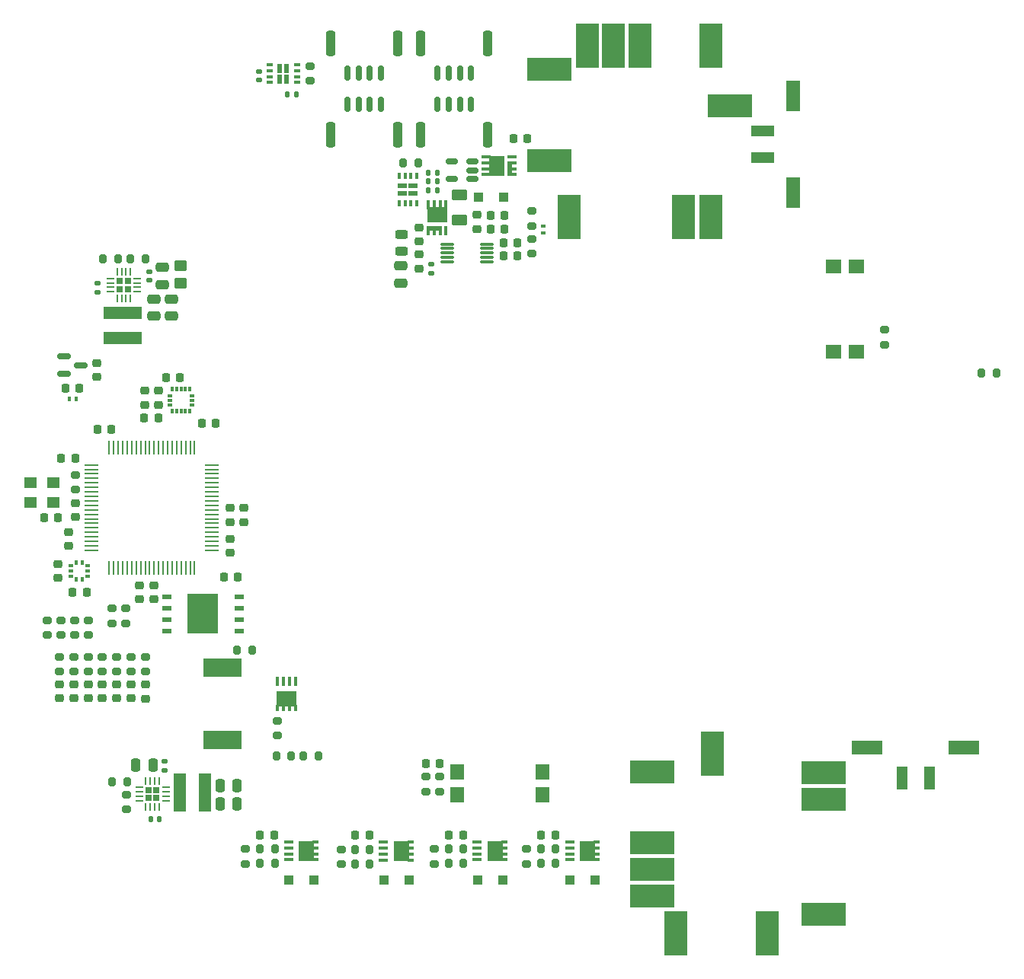
<source format=gtp>
G04 #@! TF.GenerationSoftware,KiCad,Pcbnew,(6.0.0)*
G04 #@! TF.CreationDate,2022-08-29T10:28:43+02:00*
G04 #@! TF.ProjectId,uHoubolt_PCB_PMU,75486f75-626f-46c7-945f-5043425f504d,rev?*
G04 #@! TF.SameCoordinates,Original*
G04 #@! TF.FileFunction,Paste,Top*
G04 #@! TF.FilePolarity,Positive*
%FSLAX46Y46*%
G04 Gerber Fmt 4.6, Leading zero omitted, Abs format (unit mm)*
G04 Created by KiCad (PCBNEW (6.0.0)) date 2022-08-29 10:28:43*
%MOMM*%
%LPD*%
G01*
G04 APERTURE LIST*
G04 Aperture macros list*
%AMRoundRect*
0 Rectangle with rounded corners*
0 $1 Rounding radius*
0 $2 $3 $4 $5 $6 $7 $8 $9 X,Y pos of 4 corners*
0 Add a 4 corners polygon primitive as box body*
4,1,4,$2,$3,$4,$5,$6,$7,$8,$9,$2,$3,0*
0 Add four circle primitives for the rounded corners*
1,1,$1+$1,$2,$3*
1,1,$1+$1,$4,$5*
1,1,$1+$1,$6,$7*
1,1,$1+$1,$8,$9*
0 Add four rect primitives between the rounded corners*
20,1,$1+$1,$2,$3,$4,$5,0*
20,1,$1+$1,$4,$5,$6,$7,0*
20,1,$1+$1,$6,$7,$8,$9,0*
20,1,$1+$1,$8,$9,$2,$3,0*%
G04 Aperture macros list end*
%ADD10RoundRect,0.075000X0.650000X0.075000X-0.650000X0.075000X-0.650000X-0.075000X0.650000X-0.075000X0*%
%ADD11RoundRect,0.218750X-0.256250X0.218750X-0.256250X-0.218750X0.256250X-0.218750X0.256250X0.218750X0*%
%ADD12RoundRect,0.150000X0.512500X0.150000X-0.512500X0.150000X-0.512500X-0.150000X0.512500X-0.150000X0*%
%ADD13RoundRect,0.218750X0.256250X-0.218750X0.256250X0.218750X-0.256250X0.218750X-0.256250X-0.218750X0*%
%ADD14RoundRect,0.147500X-0.172500X0.147500X-0.172500X-0.147500X0.172500X-0.147500X0.172500X0.147500X0*%
%ADD15RoundRect,0.243750X0.456250X-0.243750X0.456250X0.243750X-0.456250X0.243750X-0.456250X-0.243750X0*%
%ADD16R,1.100000X1.100000*%
%ADD17R,1.000000X0.340000*%
%ADD18R,0.500000X1.640000*%
%ADD19R,1.710000X2.290000*%
%ADD20RoundRect,0.218750X0.218750X0.256250X-0.218750X0.256250X-0.218750X-0.256250X0.218750X-0.256250X0*%
%ADD21RoundRect,0.218750X-0.218750X-0.256250X0.218750X-0.256250X0.218750X0.256250X-0.218750X0.256250X0*%
%ADD22RoundRect,0.250000X-0.625000X0.375000X-0.625000X-0.375000X0.625000X-0.375000X0.625000X0.375000X0*%
%ADD23R,1.640000X0.500000*%
%ADD24R,0.340000X1.000000*%
%ADD25R,2.290000X1.710000*%
%ADD26RoundRect,0.147500X0.147500X0.172500X-0.147500X0.172500X-0.147500X-0.172500X0.147500X-0.172500X0*%
%ADD27RoundRect,0.200000X-0.275000X0.200000X-0.275000X-0.200000X0.275000X-0.200000X0.275000X0.200000X0*%
%ADD28RoundRect,0.225000X0.250000X-0.225000X0.250000X0.225000X-0.250000X0.225000X-0.250000X-0.225000X0*%
%ADD29RoundRect,0.140000X0.170000X-0.140000X0.170000X0.140000X-0.170000X0.140000X-0.170000X-0.140000X0*%
%ADD30RoundRect,0.200000X0.200000X0.275000X-0.200000X0.275000X-0.200000X-0.275000X0.200000X-0.275000X0*%
%ADD31RoundRect,0.200000X0.275000X-0.200000X0.275000X0.200000X-0.275000X0.200000X-0.275000X-0.200000X0*%
%ADD32R,4.200000X2.000000*%
%ADD33RoundRect,0.250000X-0.250000X-0.475000X0.250000X-0.475000X0.250000X0.475000X-0.250000X0.475000X0*%
%ADD34RoundRect,0.200000X-0.200000X-0.275000X0.200000X-0.275000X0.200000X0.275000X-0.200000X0.275000X0*%
%ADD35RoundRect,0.225000X0.225000X0.250000X-0.225000X0.250000X-0.225000X-0.250000X0.225000X-0.250000X0*%
%ADD36R,0.990000X0.405000*%
%ADD37R,0.760000X0.405000*%
%ADD38R,1.725000X2.245000*%
%ADD39RoundRect,0.250000X-0.475000X0.250000X-0.475000X-0.250000X0.475000X-0.250000X0.475000X0.250000X0*%
%ADD40RoundRect,0.140000X0.140000X0.170000X-0.140000X0.170000X-0.140000X-0.170000X0.140000X-0.170000X0*%
%ADD41RoundRect,0.150000X-0.587500X-0.150000X0.587500X-0.150000X0.587500X0.150000X-0.587500X0.150000X0*%
%ADD42RoundRect,0.225000X-0.225000X-0.250000X0.225000X-0.250000X0.225000X0.250000X-0.225000X0.250000X0*%
%ADD43R,1.000000X0.500000*%
%ADD44R,3.500000X4.500000*%
%ADD45RoundRect,0.190000X-0.190000X0.190000X-0.190000X-0.190000X0.190000X-0.190000X0.190000X0.190000X0*%
%ADD46RoundRect,0.062500X-0.062500X0.325000X-0.062500X-0.325000X0.062500X-0.325000X0.062500X0.325000X0*%
%ADD47RoundRect,0.062500X-0.325000X0.062500X-0.325000X-0.062500X0.325000X-0.062500X0.325000X0.062500X0*%
%ADD48RoundRect,0.225000X-0.250000X0.225000X-0.250000X-0.225000X0.250000X-0.225000X0.250000X0.225000X0*%
%ADD49R,1.780000X1.500000*%
%ADD50R,1.400000X4.200000*%
%ADD51R,4.200000X1.400000*%
%ADD52RoundRect,0.050000X-0.150000X-0.230000X0.150000X-0.230000X0.150000X0.230000X-0.150000X0.230000X0*%
%ADD53RoundRect,0.150000X-0.150000X-0.700000X0.150000X-0.700000X0.150000X0.700000X-0.150000X0.700000X0*%
%ADD54RoundRect,0.250000X-0.250000X-1.150000X0.250000X-1.150000X0.250000X1.150000X-0.250000X1.150000X0*%
%ADD55RoundRect,0.100000X0.100000X-0.175000X0.100000X0.175000X-0.100000X0.175000X-0.100000X-0.175000X0*%
%ADD56RoundRect,0.100000X0.175000X-0.100000X0.175000X0.100000X-0.175000X0.100000X-0.175000X-0.100000X0*%
%ADD57R,0.600000X1.000000*%
%ADD58R,0.650000X0.350000*%
%ADD59RoundRect,0.250000X0.250000X0.475000X-0.250000X0.475000X-0.250000X-0.475000X0.250000X-0.475000X0*%
%ADD60RoundRect,0.190000X0.190000X0.190000X-0.190000X0.190000X-0.190000X-0.190000X0.190000X-0.190000X0*%
%ADD61RoundRect,0.062500X0.325000X0.062500X-0.325000X0.062500X-0.325000X-0.062500X0.325000X-0.062500X0*%
%ADD62RoundRect,0.062500X0.062500X0.325000X-0.062500X0.325000X-0.062500X-0.325000X0.062500X-0.325000X0*%
%ADD63R,1.270000X2.540000*%
%ADD64R,3.430000X1.650000*%
%ADD65R,2.540000X1.270000*%
%ADD66R,1.650000X3.430000*%
%ADD67RoundRect,0.140000X-0.140000X-0.170000X0.140000X-0.170000X0.140000X0.170000X-0.140000X0.170000X0*%
%ADD68R,0.405000X0.990000*%
%ADD69R,0.405000X0.760000*%
%ADD70R,2.245000X1.725000*%
%ADD71RoundRect,0.062500X-0.675000X-0.062500X0.675000X-0.062500X0.675000X0.062500X-0.675000X0.062500X0*%
%ADD72RoundRect,0.062500X-0.062500X-0.675000X0.062500X-0.675000X0.062500X0.675000X-0.062500X0.675000X0*%
%ADD73R,2.500000X5.000000*%
%ADD74R,5.000000X2.500000*%
%ADD75RoundRect,0.050000X-0.230000X0.150000X-0.230000X-0.150000X0.230000X-0.150000X0.230000X0.150000X0*%
%ADD76RoundRect,0.150000X0.150000X0.700000X-0.150000X0.700000X-0.150000X-0.700000X0.150000X-0.700000X0*%
%ADD77RoundRect,0.250000X0.250000X1.150000X-0.250000X1.150000X-0.250000X-1.150000X0.250000X-1.150000X0*%
%ADD78RoundRect,0.250000X-0.450000X0.350000X-0.450000X-0.350000X0.450000X-0.350000X0.450000X0.350000X0*%
%ADD79R,1.500000X1.780000*%
%ADD80R,1.000000X0.600000*%
%ADD81R,0.350000X0.650000*%
%ADD82R,1.400000X1.200000*%
%ADD83RoundRect,0.087500X0.087500X-0.187500X0.087500X0.187500X-0.087500X0.187500X-0.087500X-0.187500X0*%
%ADD84RoundRect,0.087500X0.187500X-0.087500X0.187500X0.087500X-0.187500X0.087500X-0.187500X-0.087500X0*%
G04 APERTURE END LIST*
D10*
X135850000Y-72750000D03*
X135850000Y-72250000D03*
X135850000Y-71750000D03*
X135850000Y-71250000D03*
X135850000Y-70750000D03*
X131450000Y-70750000D03*
X131450000Y-71250000D03*
X131450000Y-71750000D03*
X131450000Y-72250000D03*
X131450000Y-72750000D03*
D11*
X128250000Y-71912500D03*
X128250000Y-73487500D03*
D12*
X134187500Y-63500000D03*
X134187500Y-62550000D03*
X134187500Y-61600000D03*
X131912500Y-61600000D03*
X131912500Y-63500000D03*
D13*
X128250000Y-70487500D03*
X128250000Y-68912500D03*
D14*
X129650000Y-73005000D03*
X129650000Y-73975000D03*
D15*
X126300000Y-71537500D03*
X126300000Y-69662500D03*
D16*
X134900000Y-65500000D03*
X137700000Y-65500000D03*
D17*
X138645000Y-63025000D03*
X138645000Y-62375000D03*
X138645000Y-61725000D03*
D18*
X138395000Y-62375000D03*
D17*
X138645000Y-61075000D03*
X135745000Y-62375000D03*
D19*
X136900000Y-62050000D03*
D17*
X135745000Y-61075000D03*
X135745000Y-63025000D03*
X135745000Y-61725000D03*
D20*
X139247500Y-70620000D03*
X137672500Y-70620000D03*
D21*
X137672500Y-72100000D03*
X139247500Y-72100000D03*
D20*
X140337500Y-59050000D03*
X138762500Y-59050000D03*
D22*
X132750000Y-65250000D03*
X132750000Y-68050000D03*
D23*
X129975000Y-69010000D03*
D24*
X129325000Y-69260000D03*
X129975000Y-69260000D03*
X130625000Y-69260000D03*
X131275000Y-69260000D03*
X129325000Y-66360000D03*
X130625000Y-66360000D03*
D25*
X130300000Y-67515000D03*
D24*
X131275000Y-66360000D03*
X129975000Y-66360000D03*
D21*
X136212500Y-67550000D03*
X137787500Y-67550000D03*
D13*
X134700000Y-69087500D03*
X134700000Y-67512500D03*
D20*
X137787500Y-69100000D03*
X136212500Y-69100000D03*
D26*
X130285000Y-64800000D03*
X129315000Y-64800000D03*
D27*
X95750000Y-132000000D03*
X95750000Y-133650000D03*
D28*
X97250000Y-110275000D03*
X97250000Y-108725000D03*
D21*
X141850000Y-136452500D03*
X143425000Y-136452500D03*
D13*
X96300000Y-121287500D03*
X96300000Y-119712500D03*
D29*
X100025000Y-129280000D03*
X100025000Y-128320000D03*
D21*
X121187500Y-136480000D03*
X122762500Y-136480000D03*
D30*
X117075000Y-127650000D03*
X115425000Y-127650000D03*
D31*
X95720000Y-112935000D03*
X95720000Y-111285000D03*
D32*
X106441000Y-125900000D03*
X106441000Y-117900000D03*
D27*
X91500000Y-116675000D03*
X91500000Y-118325000D03*
D33*
X96825000Y-128725000D03*
X98725000Y-128725000D03*
D34*
X121150000Y-138080000D03*
X122800000Y-138080000D03*
D21*
X131584000Y-136452500D03*
X133159000Y-136452500D03*
D35*
X91350000Y-109512500D03*
X89800000Y-109512500D03*
D31*
X112500000Y-125425000D03*
X112500000Y-123775000D03*
D36*
X113787384Y-139242500D03*
D37*
X116772384Y-138582500D03*
X116772384Y-137262500D03*
D38*
X115779884Y-138252500D03*
D37*
X116772384Y-139242500D03*
X116772384Y-137922500D03*
D36*
X113787384Y-138582500D03*
X113787384Y-137262500D03*
X113787384Y-137922500D03*
D39*
X100780000Y-76870000D03*
X100780000Y-78770000D03*
D40*
X99405000Y-134700000D03*
X98445000Y-134700000D03*
D41*
X88826100Y-83276400D03*
X88826100Y-85176400D03*
X90701100Y-84226400D03*
D30*
X114075000Y-127650000D03*
X112425000Y-127650000D03*
D42*
X100190000Y-85598000D03*
X101740000Y-85598000D03*
D43*
X100262500Y-109967500D03*
X100262500Y-111237500D03*
X100262500Y-112507500D03*
X100262500Y-113777500D03*
X108262500Y-113777500D03*
X108262500Y-112507500D03*
X108262500Y-111237500D03*
X108262500Y-109967500D03*
D44*
X104262500Y-111872500D03*
D45*
X98235000Y-132340000D03*
X98235000Y-131460000D03*
X99115000Y-132340000D03*
X99115000Y-131460000D03*
D46*
X99425000Y-130437500D03*
X98925000Y-130437500D03*
X98425000Y-130437500D03*
X97925000Y-130437500D03*
D47*
X97212500Y-131150000D03*
X97212500Y-131650000D03*
X97212500Y-132150000D03*
X97212500Y-132650000D03*
D46*
X97925000Y-133362500D03*
X98425000Y-133362500D03*
X98925000Y-133362500D03*
X99425000Y-133362500D03*
D47*
X100137500Y-132650000D03*
X100137500Y-132150000D03*
X100137500Y-131650000D03*
X100137500Y-131150000D03*
D27*
X119650000Y-138075000D03*
X119650000Y-139725000D03*
X88300000Y-116675000D03*
X88300000Y-118325000D03*
X109017384Y-138027500D03*
X109017384Y-139677500D03*
D48*
X97764600Y-87083600D03*
X97764600Y-88633600D03*
D49*
X174380000Y-82765000D03*
X176920000Y-82765000D03*
X176920000Y-73235000D03*
X174380000Y-73235000D03*
D28*
X89300000Y-104325000D03*
X89300000Y-102775000D03*
D50*
X101675000Y-131775000D03*
X104475000Y-131775000D03*
D51*
X95380000Y-78420000D03*
X95380000Y-81220000D03*
D13*
X94700000Y-121287500D03*
X94700000Y-119712500D03*
D28*
X88175000Y-107887500D03*
X88175000Y-106337500D03*
D31*
X180000000Y-81925000D03*
X180000000Y-80275000D03*
D27*
X96300000Y-116675000D03*
X96300000Y-118325000D03*
D52*
X89414400Y-88011000D03*
X90214400Y-88011000D03*
D42*
X86625000Y-101212500D03*
X88175000Y-101212500D03*
D36*
X124345000Y-139270000D03*
D38*
X126337500Y-138280000D03*
D37*
X127330000Y-139270000D03*
X127330000Y-138610000D03*
X127330000Y-137950000D03*
X127330000Y-137290000D03*
D36*
X124345000Y-137950000D03*
X124345000Y-138610000D03*
X124345000Y-137290000D03*
D48*
X92506800Y-83984800D03*
X92506800Y-85534800D03*
D34*
X96225000Y-72400000D03*
X97875000Y-72400000D03*
X131559000Y-139652500D03*
X133209000Y-139652500D03*
D53*
X120325000Y-51750000D03*
X121575000Y-51750000D03*
X122825000Y-51750000D03*
X124075000Y-51750000D03*
D54*
X125925000Y-48400000D03*
X118475000Y-48400000D03*
D55*
X90225000Y-108037500D03*
X90825000Y-108037500D03*
D56*
X91450000Y-107712500D03*
X91450000Y-107112500D03*
X91450000Y-106512500D03*
D55*
X90825000Y-106187500D03*
X90225000Y-106187500D03*
D56*
X89600000Y-106512500D03*
X89600000Y-107112500D03*
X89600000Y-107712500D03*
D31*
X91500000Y-114225000D03*
X91500000Y-112575000D03*
D29*
X110525000Y-52505000D03*
X110525000Y-51545000D03*
D57*
X112812500Y-51200000D03*
X112812500Y-52400000D03*
X113587500Y-51200000D03*
X113587500Y-52400000D03*
D58*
X111650000Y-50825000D03*
X111650000Y-51475000D03*
X111650000Y-52125000D03*
X111650000Y-52775000D03*
X114750000Y-52775000D03*
X114750000Y-52125000D03*
X114750000Y-51475000D03*
X114750000Y-50825000D03*
D28*
X107252500Y-101675000D03*
X107252500Y-100125000D03*
D13*
X91500000Y-121275000D03*
X91500000Y-119700000D03*
D59*
X108075000Y-131000000D03*
X106175000Y-131000000D03*
D16*
X124375000Y-141480000D03*
X127175000Y-141480000D03*
D34*
X121150000Y-139680000D03*
X122800000Y-139680000D03*
D39*
X98780000Y-76870000D03*
X98780000Y-78770000D03*
D60*
X95040000Y-74880000D03*
X95920000Y-75760000D03*
X95040000Y-75760000D03*
X95920000Y-74880000D03*
D61*
X96942500Y-76070000D03*
X96942500Y-75570000D03*
X96942500Y-75070000D03*
X96942500Y-74570000D03*
D62*
X96230000Y-73857500D03*
X95730000Y-73857500D03*
X95230000Y-73857500D03*
X94730000Y-73857500D03*
D61*
X94017500Y-74570000D03*
X94017500Y-75070000D03*
X94017500Y-75570000D03*
X94017500Y-76070000D03*
D62*
X94730000Y-76782500D03*
X95230000Y-76782500D03*
X95730000Y-76782500D03*
X96230000Y-76782500D03*
D27*
X90000000Y-112575000D03*
X90000000Y-114225000D03*
D34*
X131559000Y-138052500D03*
X133209000Y-138052500D03*
D63*
X181980000Y-130140000D03*
X184980000Y-130140000D03*
D64*
X188865000Y-126720000D03*
X178095000Y-126720000D03*
D27*
X140250000Y-138027500D03*
X140250000Y-139677500D03*
D34*
X108075000Y-115900000D03*
X109725000Y-115900000D03*
D27*
X93100000Y-116675000D03*
X93100000Y-118325000D03*
X90100000Y-96425000D03*
X90100000Y-98075000D03*
D42*
X88988600Y-86766400D03*
X90538600Y-86766400D03*
D27*
X97900000Y-116675000D03*
X97900000Y-118325000D03*
D13*
X93100000Y-121287500D03*
X93100000Y-119712500D03*
D65*
X166430000Y-58150000D03*
X166430000Y-61150000D03*
D66*
X169850000Y-65035000D03*
X169850000Y-54265000D03*
D34*
X141825000Y-138052500D03*
X143475000Y-138052500D03*
D67*
X129320000Y-62800000D03*
X130280000Y-62800000D03*
D68*
X112551000Y-119370000D03*
D69*
X113871000Y-122355000D03*
X114531000Y-122355000D03*
D70*
X113541000Y-121362500D03*
D69*
X112551000Y-122355000D03*
X113211000Y-122355000D03*
D68*
X113871000Y-119370000D03*
X114531000Y-119370000D03*
X113211000Y-119370000D03*
D29*
X92530000Y-76100000D03*
X92530000Y-75140000D03*
D20*
X130587500Y-128500000D03*
X129012500Y-128500000D03*
D71*
X91912500Y-95312500D03*
X91912500Y-95812500D03*
X91912500Y-96312500D03*
X91912500Y-96812500D03*
X91912500Y-97312500D03*
X91912500Y-97812500D03*
X91912500Y-98312500D03*
X91912500Y-98812500D03*
X91912500Y-99312500D03*
X91912500Y-99812500D03*
X91912500Y-100312500D03*
X91912500Y-100812500D03*
X91912500Y-101312500D03*
X91912500Y-101812500D03*
X91912500Y-102312500D03*
X91912500Y-102812500D03*
X91912500Y-103312500D03*
X91912500Y-103812500D03*
X91912500Y-104312500D03*
X91912500Y-104812500D03*
D72*
X93850000Y-106750000D03*
X94350000Y-106750000D03*
X94850000Y-106750000D03*
X95350000Y-106750000D03*
X95850000Y-106750000D03*
X96350000Y-106750000D03*
X96850000Y-106750000D03*
X97350000Y-106750000D03*
X97850000Y-106750000D03*
X98350000Y-106750000D03*
X98850000Y-106750000D03*
X99350000Y-106750000D03*
X99850000Y-106750000D03*
X100350000Y-106750000D03*
X100850000Y-106750000D03*
X101350000Y-106750000D03*
X101850000Y-106750000D03*
X102350000Y-106750000D03*
X102850000Y-106750000D03*
X103350000Y-106750000D03*
D71*
X105287500Y-104812500D03*
X105287500Y-104312500D03*
X105287500Y-103812500D03*
X105287500Y-103312500D03*
X105287500Y-102812500D03*
X105287500Y-102312500D03*
X105287500Y-101812500D03*
X105287500Y-101312500D03*
X105287500Y-100812500D03*
X105287500Y-100312500D03*
X105287500Y-99812500D03*
X105287500Y-99312500D03*
X105287500Y-98812500D03*
X105287500Y-98312500D03*
X105287500Y-97812500D03*
X105287500Y-97312500D03*
X105287500Y-96812500D03*
X105287500Y-96312500D03*
X105287500Y-95812500D03*
X105287500Y-95312500D03*
D72*
X103350000Y-93375000D03*
X102850000Y-93375000D03*
X102350000Y-93375000D03*
X101850000Y-93375000D03*
X101350000Y-93375000D03*
X100850000Y-93375000D03*
X100350000Y-93375000D03*
X99850000Y-93375000D03*
X99350000Y-93375000D03*
X98850000Y-93375000D03*
X98350000Y-93375000D03*
X97850000Y-93375000D03*
X97350000Y-93375000D03*
X96850000Y-93375000D03*
X96350000Y-93375000D03*
X95850000Y-93375000D03*
X95350000Y-93375000D03*
X94850000Y-93375000D03*
X94350000Y-93375000D03*
X93850000Y-93375000D03*
D59*
X108075000Y-133000000D03*
X106175000Y-133000000D03*
D13*
X97900000Y-121293750D03*
X97900000Y-119718750D03*
D36*
X134754000Y-139242500D03*
D37*
X137739000Y-139242500D03*
X137739000Y-137922500D03*
X137739000Y-138582500D03*
D38*
X136746500Y-138252500D03*
D37*
X137739000Y-137262500D03*
D36*
X134754000Y-138582500D03*
X134754000Y-137262500D03*
X134754000Y-137922500D03*
D73*
X144933300Y-67700000D03*
D74*
X142800000Y-61485000D03*
X142800000Y-51335000D03*
D73*
X146958200Y-48700000D03*
X149883200Y-48700000D03*
X152833200Y-48700000D03*
X160733200Y-48700000D03*
D74*
X162800000Y-55385000D03*
D73*
X160683200Y-67700000D03*
X157658200Y-67700000D03*
D36*
X145020000Y-138582500D03*
X145020000Y-137922500D03*
X145020000Y-137262500D03*
D37*
X148005000Y-139242500D03*
D38*
X147012500Y-138252500D03*
D37*
X148005000Y-137262500D03*
X148005000Y-137922500D03*
X148005000Y-138582500D03*
D36*
X145020000Y-139242500D03*
D28*
X108852500Y-101675000D03*
X108852500Y-100125000D03*
D31*
X130600000Y-131650000D03*
X130600000Y-130000000D03*
D28*
X98780000Y-110275000D03*
X98780000Y-108725000D03*
D16*
X145050000Y-141452500D03*
X147850000Y-141452500D03*
D27*
X116200000Y-50975000D03*
X116200000Y-52625000D03*
D30*
X95825000Y-130525000D03*
X94175000Y-130525000D03*
D42*
X92565000Y-91390000D03*
X94115000Y-91390000D03*
D40*
X130280000Y-63800000D03*
X129320000Y-63800000D03*
D16*
X113817384Y-141452500D03*
X116617384Y-141452500D03*
D75*
X142100000Y-68750000D03*
X142100000Y-69550000D03*
D21*
X110629884Y-136452500D03*
X112204884Y-136452500D03*
D76*
X124075000Y-55250000D03*
X122825000Y-55250000D03*
X121575000Y-55250000D03*
X120325000Y-55250000D03*
D77*
X118475000Y-58600000D03*
X125925000Y-58600000D03*
D78*
X101780000Y-73120000D03*
X101780000Y-75120000D03*
D31*
X129050000Y-131650000D03*
X129050000Y-130000000D03*
D76*
X134075000Y-55250000D03*
X132825000Y-55250000D03*
X131575000Y-55250000D03*
X130325000Y-55250000D03*
D77*
X135925000Y-58600000D03*
X128475000Y-58600000D03*
D27*
X89900000Y-116675000D03*
X89900000Y-118325000D03*
D48*
X90100000Y-99550000D03*
X90100000Y-101100000D03*
D34*
X126525000Y-61750000D03*
X128175000Y-61750000D03*
D30*
X94825000Y-72400000D03*
X93175000Y-72400000D03*
D79*
X132485000Y-129480000D03*
X132485000Y-132020000D03*
X142015000Y-132020000D03*
X142015000Y-129480000D03*
D39*
X99780000Y-73370000D03*
X99780000Y-75270000D03*
D27*
X87000000Y-112575000D03*
X87000000Y-114225000D03*
D53*
X130325000Y-51750000D03*
X131575000Y-51750000D03*
X132825000Y-51750000D03*
X134075000Y-51750000D03*
D54*
X128475000Y-48400000D03*
X135925000Y-48400000D03*
D80*
X127650000Y-64312500D03*
X126450000Y-64312500D03*
X126450000Y-65087500D03*
X127650000Y-65087500D03*
D81*
X126075000Y-66250000D03*
X126725000Y-66250000D03*
X127375000Y-66250000D03*
X128025000Y-66250000D03*
X128025000Y-63150000D03*
X127375000Y-63150000D03*
X126725000Y-63150000D03*
X126075000Y-63150000D03*
D74*
X173225000Y-145266700D03*
D73*
X167010000Y-147400000D03*
X156860000Y-147400000D03*
D74*
X154225000Y-143241800D03*
X154225000Y-140316800D03*
X154225000Y-137366800D03*
X154225000Y-129466800D03*
D73*
X160910000Y-127400000D03*
D74*
X173225000Y-129516800D03*
X173225000Y-132541800D03*
D13*
X89900000Y-121287500D03*
X89900000Y-119712500D03*
D27*
X94200000Y-111295000D03*
X94200000Y-112945000D03*
D34*
X110592384Y-138052500D03*
X112242384Y-138052500D03*
X141825000Y-139652500D03*
X143475000Y-139652500D03*
D35*
X108175000Y-107800000D03*
X106625000Y-107800000D03*
D48*
X107300000Y-103537500D03*
X107300000Y-105087500D03*
D82*
X85130000Y-99512500D03*
X87670000Y-99512500D03*
X87670000Y-97312500D03*
X85130000Y-97312500D03*
D34*
X190775000Y-85100000D03*
X192425000Y-85100000D03*
X110592384Y-139652500D03*
X112242384Y-139652500D03*
D35*
X105677000Y-90703400D03*
X104127000Y-90703400D03*
D28*
X99288600Y-88633600D03*
X99288600Y-87083600D03*
D16*
X134784000Y-141452500D03*
X137584000Y-141452500D03*
D29*
X98280000Y-74800000D03*
X98280000Y-73840000D03*
D40*
X114630000Y-54125000D03*
X113670000Y-54125000D03*
D27*
X94700000Y-116675000D03*
X94700000Y-118325000D03*
D13*
X88300000Y-121287500D03*
X88300000Y-119712500D03*
D39*
X126250000Y-73200000D03*
X126250000Y-75100000D03*
D42*
X88525000Y-94612500D03*
X90075000Y-94612500D03*
D31*
X140800000Y-68725000D03*
X140800000Y-67075000D03*
D35*
X99301600Y-90119200D03*
X97751600Y-90119200D03*
D31*
X88500000Y-114225000D03*
X88500000Y-112575000D03*
D27*
X129984000Y-138027500D03*
X129984000Y-139677500D03*
D31*
X140800000Y-71825000D03*
X140800000Y-70175000D03*
D83*
X100828600Y-89363000D03*
X101328600Y-89363000D03*
X101828600Y-89363000D03*
X102328600Y-89363000D03*
X102828600Y-89363000D03*
D84*
X103053600Y-88638000D03*
X103053600Y-88138000D03*
X103053600Y-87638000D03*
D83*
X102828600Y-86913000D03*
X102328600Y-86913000D03*
X101828600Y-86913000D03*
X101328600Y-86913000D03*
X100828600Y-86913000D03*
D84*
X100603600Y-87638000D03*
X100603600Y-88138000D03*
X100603600Y-88638000D03*
M02*

</source>
